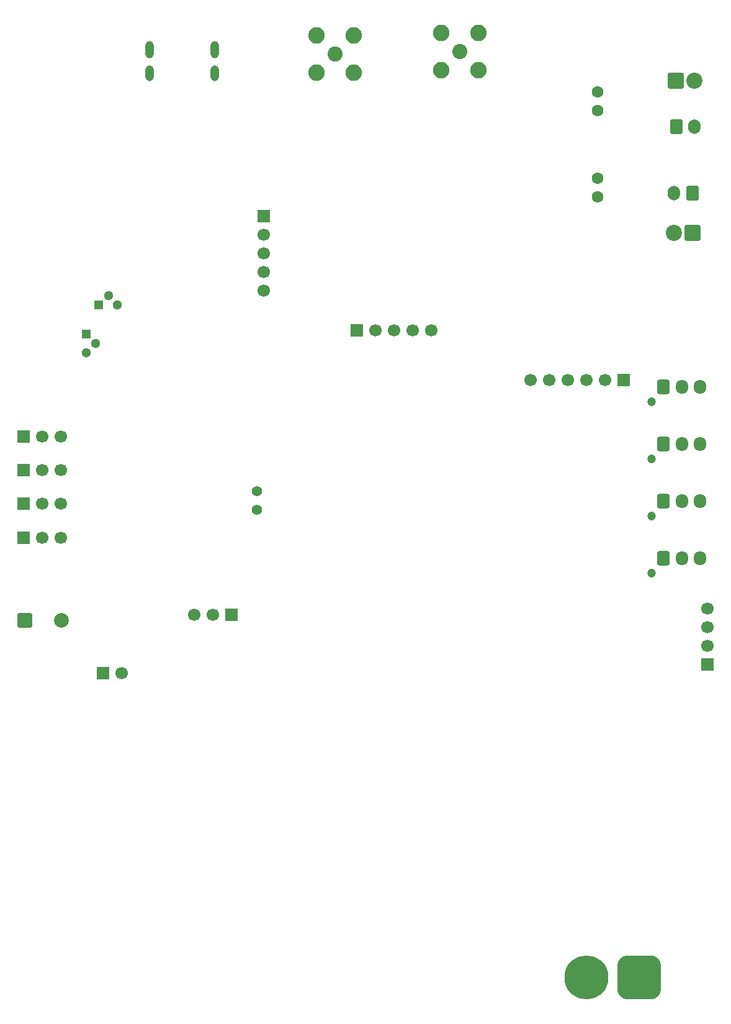
<source format=gbr>
G04 #@! TF.GenerationSoftware,KiCad,Pcbnew,9.0.3*
G04 #@! TF.CreationDate,2026-01-14T23:42:55-07:00*
G04 #@! TF.ProjectId,Wrectangle-V4,57726563-7461-46e6-976c-652d56342e6b,rev?*
G04 #@! TF.SameCoordinates,Original*
G04 #@! TF.FileFunction,Soldermask,Bot*
G04 #@! TF.FilePolarity,Negative*
%FSLAX46Y46*%
G04 Gerber Fmt 4.6, Leading zero omitted, Abs format (unit mm)*
G04 Created by KiCad (PCBNEW 9.0.3) date 2026-01-14 23:42:55*
%MOMM*%
%LPD*%
G01*
G04 APERTURE LIST*
G04 Aperture macros list*
%AMRoundRect*
0 Rectangle with rounded corners*
0 $1 Rounding radius*
0 $2 $3 $4 $5 $6 $7 $8 $9 X,Y pos of 4 corners*
0 Add a 4 corners polygon primitive as box body*
4,1,4,$2,$3,$4,$5,$6,$7,$8,$9,$2,$3,0*
0 Add four circle primitives for the rounded corners*
1,1,$1+$1,$2,$3*
1,1,$1+$1,$4,$5*
1,1,$1+$1,$6,$7*
1,1,$1+$1,$8,$9*
0 Add four rect primitives between the rounded corners*
20,1,$1+$1,$2,$3,$4,$5,0*
20,1,$1+$1,$4,$5,$6,$7,0*
20,1,$1+$1,$6,$7,$8,$9,0*
20,1,$1+$1,$8,$9,$2,$3,0*%
G04 Aperture macros list end*
%ADD10O,1.150000X2.150000*%
%ADD11O,1.150000X2.350000*%
%ADD12R,1.300000X1.300000*%
%ADD13C,1.300000*%
%ADD14C,1.200000*%
%ADD15RoundRect,0.250000X-0.600000X-0.725000X0.600000X-0.725000X0.600000X0.725000X-0.600000X0.725000X0*%
%ADD16O,1.700000X1.950000*%
%ADD17RoundRect,0.249999X0.850001X0.850001X-0.850001X0.850001X-0.850001X-0.850001X0.850001X-0.850001X0*%
%ADD18C,2.200000*%
%ADD19R,1.700000X1.700000*%
%ADD20C,1.700000*%
%ADD21RoundRect,0.250000X0.600000X0.750000X-0.600000X0.750000X-0.600000X-0.750000X0.600000X-0.750000X0*%
%ADD22O,1.700000X2.000000*%
%ADD23RoundRect,0.250000X-0.750000X-0.750000X0.750000X-0.750000X0.750000X0.750000X-0.750000X0.750000X0*%
%ADD24C,2.000000*%
%ADD25C,2.050000*%
%ADD26C,2.250000*%
%ADD27RoundRect,0.250000X-0.600000X-0.750000X0.600000X-0.750000X0.600000X0.750000X-0.600000X0.750000X0*%
%ADD28RoundRect,0.249999X-0.850001X-0.850001X0.850001X-0.850001X0.850001X0.850001X-0.850001X0.850001X0*%
%ADD29C,1.600000*%
%ADD30C,1.400000*%
%ADD31RoundRect,1.500000X1.500000X1.500000X-1.500000X1.500000X-1.500000X-1.500000X1.500000X-1.500000X0*%
%ADD32C,6.000000*%
G04 APERTURE END LIST*
D10*
G04 #@! TO.C,J2*
X95000000Y-31950000D03*
D11*
X95000000Y-28750000D03*
D10*
X86100000Y-31950000D03*
D11*
X86100000Y-28750000D03*
G04 #@! TD*
D12*
G04 #@! TO.C,STM_T2*
X77500000Y-67500000D03*
D13*
X78770000Y-68780000D03*
X77500000Y-70040000D03*
G04 #@! TD*
D12*
G04 #@! TO.C,STM_T1*
X79230000Y-63520000D03*
D13*
X80510000Y-62250000D03*
X81770000Y-63520000D03*
G04 #@! TD*
D14*
G04 #@! TO.C,J6*
X154650000Y-100100000D03*
D15*
X156250000Y-98100000D03*
D16*
X158750000Y-98100000D03*
X161250000Y-98100000D03*
G04 #@! TD*
D17*
G04 #@! TO.C,Sol2-FlybackDiode1*
X160210000Y-53750000D03*
D18*
X157670000Y-53750000D03*
G04 #@! TD*
D19*
G04 #@! TO.C,PWR-ProbePt1*
X162250000Y-112580000D03*
D20*
X162250000Y-110040000D03*
X162250000Y-107500000D03*
X162250000Y-104960000D03*
G04 #@! TD*
D21*
G04 #@! TO.C,J11*
X160210000Y-48250000D03*
D22*
X157710000Y-48250000D03*
G04 #@! TD*
D19*
G04 #@! TO.C,STM-UART-Breakout2*
X114460000Y-67000000D03*
D20*
X117000000Y-67000000D03*
X119540000Y-67000000D03*
X122080000Y-67000000D03*
X124620000Y-67000000D03*
G04 #@! TD*
D23*
G04 #@! TO.C,C_servos1*
X69132323Y-106500000D03*
D24*
X74132323Y-106500000D03*
G04 #@! TD*
D25*
G04 #@! TO.C,J7*
X111460000Y-29290000D03*
D26*
X108920000Y-26750000D03*
X108920000Y-31830000D03*
X114000000Y-26750000D03*
X114000000Y-31830000D03*
G04 #@! TD*
D19*
G04 #@! TO.C,SRV_MAIN_OX1*
X68960000Y-90660000D03*
D20*
X71500000Y-90660000D03*
X74040000Y-90660000D03*
G04 #@! TD*
D27*
G04 #@! TO.C,J9*
X158000000Y-39250000D03*
D22*
X160500000Y-39250000D03*
G04 #@! TD*
D14*
G04 #@! TO.C,J5*
X154650000Y-92300000D03*
D15*
X156250000Y-90300000D03*
D16*
X158750000Y-90300000D03*
X161250000Y-90300000D03*
G04 #@! TD*
D19*
G04 #@! TO.C,SPI-ProbePt1*
X150790000Y-73750000D03*
D20*
X148250000Y-73750000D03*
X145710000Y-73750000D03*
X143170000Y-73750000D03*
X140630000Y-73750000D03*
X138090000Y-73750000D03*
G04 #@! TD*
D14*
G04 #@! TO.C,J3*
X154650000Y-76700000D03*
D15*
X156250000Y-74700000D03*
D16*
X158750000Y-74700000D03*
X161250000Y-74700000D03*
G04 #@! TD*
D19*
G04 #@! TO.C,SRV_MAIN_FUEL1*
X68960000Y-95250000D03*
D20*
X71500000Y-95250000D03*
X74040000Y-95250000D03*
G04 #@! TD*
D28*
G04 #@! TO.C,Sol1-FlybackDiode1*
X157960000Y-33000000D03*
D18*
X160500000Y-33000000D03*
G04 #@! TD*
D19*
G04 #@! TO.C,I2C2-ProbePt1*
X97330000Y-105750000D03*
D20*
X94790000Y-105750000D03*
X92250000Y-105750000D03*
G04 #@! TD*
D14*
G04 #@! TO.C,J4*
X154650000Y-84500000D03*
D15*
X156250000Y-82500000D03*
D16*
X158750000Y-82500000D03*
X161250000Y-82500000D03*
G04 #@! TD*
D19*
G04 #@! TO.C,STM-UART-Breakout1*
X101750000Y-51420000D03*
D20*
X101750000Y-53960000D03*
X101750000Y-56500000D03*
X101750000Y-59040000D03*
X101750000Y-61580000D03*
G04 #@! TD*
D25*
G04 #@! TO.C,J10*
X128460000Y-28960000D03*
D26*
X125920000Y-26420000D03*
X125920000Y-31500000D03*
X131000000Y-26420000D03*
X131000000Y-31500000D03*
G04 #@! TD*
D29*
G04 #@! TO.C,Sol1-R-Pulldown1*
X147250000Y-37045000D03*
X147250000Y-34505000D03*
G04 #@! TD*
D19*
G04 #@! TO.C,5VCC-ProbePoint1*
X79750000Y-113750000D03*
D20*
X82290000Y-113750000D03*
G04 #@! TD*
D19*
G04 #@! TO.C,SRV_RCS_CW1*
X68960000Y-81480000D03*
D20*
X71500000Y-81480000D03*
X74040000Y-81480000D03*
G04 #@! TD*
D30*
G04 #@! TO.C,R1_BNO85*
X100750000Y-88900000D03*
X100750000Y-91440000D03*
G04 #@! TD*
D19*
G04 #@! TO.C,SRV_RCS_CCW1*
X68960000Y-86070000D03*
D20*
X71500000Y-86070000D03*
X74040000Y-86070000D03*
G04 #@! TD*
D29*
G04 #@! TO.C,Sol2-R-Pulldown1*
X147250000Y-48795000D03*
X147250000Y-46255000D03*
G04 #@! TD*
D31*
G04 #@! TO.C,J1*
X152950000Y-155250000D03*
D32*
X145750000Y-155250000D03*
G04 #@! TD*
M02*

</source>
